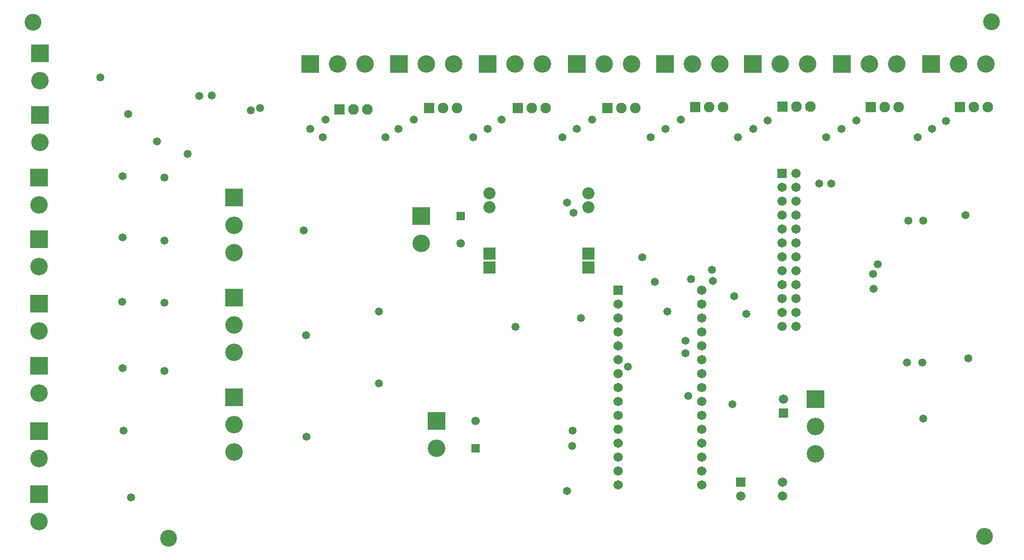
<source format=gbr>
%TF.GenerationSoftware,Altium Limited,Altium Designer,18.0.9 (584)*%
G04 Layer_Color=16711935*
%FSLAX26Y26*%
%MOIN*%
%TF.FileFunction,Soldermask,Bot*%
%TF.Part,Single*%
G01*
G75*
%TA.AperFunction,WasherPad*%
%ADD52C,0.121000*%
%TA.AperFunction,ComponentPad*%
%ADD53C,0.086740*%
%ADD54R,0.086740X0.086740*%
%ADD55R,0.067055X0.067055*%
%ADD56C,0.067055*%
%ADD57C,0.126110*%
%ADD58R,0.126110X0.126110*%
%ADD59C,0.061150*%
%ADD60R,0.061150X0.061150*%
%ADD61R,0.067055X0.067055*%
%ADD62R,0.126110X0.126110*%
%ADD63R,0.076898X0.076898*%
%ADD64C,0.076898*%
%TA.AperFunction,ViaPad*%
%ADD65C,0.058000*%
D52*
X2225000Y1320000D02*
D03*
X1250000Y5030000D02*
D03*
X8130000Y5035000D02*
D03*
X8080000Y1335000D02*
D03*
D53*
X4527520Y3800000D02*
D03*
Y3700000D02*
D03*
X5236181Y3800000D02*
D03*
Y3700000D02*
D03*
D54*
X4527520Y3268504D02*
D03*
Y3368504D02*
D03*
X5236181D02*
D03*
Y3268504D02*
D03*
D55*
X6332520Y1725000D02*
D03*
X5452520Y3105000D02*
D03*
X6629370Y3945000D02*
D03*
D56*
X6332520Y1625000D02*
D03*
X6632520Y1725000D02*
D03*
Y1625000D02*
D03*
X5452520Y3005000D02*
D03*
Y2905000D02*
D03*
Y2805000D02*
D03*
Y2705000D02*
D03*
Y2605000D02*
D03*
Y2505000D02*
D03*
Y2405000D02*
D03*
Y2305000D02*
D03*
Y2205000D02*
D03*
Y2105000D02*
D03*
Y2005000D02*
D03*
Y1905000D02*
D03*
Y1805000D02*
D03*
Y1705000D02*
D03*
X6052520Y3105000D02*
D03*
Y3005000D02*
D03*
Y2905000D02*
D03*
Y2805000D02*
D03*
Y2705000D02*
D03*
Y2605000D02*
D03*
Y2505000D02*
D03*
Y2405000D02*
D03*
Y2305000D02*
D03*
Y2205000D02*
D03*
Y2105000D02*
D03*
Y2005000D02*
D03*
Y1905000D02*
D03*
Y1805000D02*
D03*
Y1705000D02*
D03*
X6729370Y2845000D02*
D03*
Y2945000D02*
D03*
Y3045000D02*
D03*
Y3145000D02*
D03*
Y3245000D02*
D03*
Y3345000D02*
D03*
Y3445000D02*
D03*
Y3545000D02*
D03*
Y3645000D02*
D03*
Y3745000D02*
D03*
Y3845000D02*
D03*
Y3945000D02*
D03*
X6629370Y2845000D02*
D03*
Y2945000D02*
D03*
Y3045000D02*
D03*
Y3145000D02*
D03*
Y3245000D02*
D03*
Y3345000D02*
D03*
Y3445000D02*
D03*
Y3545000D02*
D03*
Y3645000D02*
D03*
Y3745000D02*
D03*
Y3845000D02*
D03*
X6637520Y2320000D02*
D03*
D57*
X1295630Y2363150D02*
D03*
Y2810000D02*
D03*
Y3275000D02*
D03*
Y3718150D02*
D03*
X1300630Y4168150D02*
D03*
Y4610000D02*
D03*
X1295630Y1440000D02*
D03*
Y1893150D02*
D03*
X2695000Y1941299D02*
D03*
Y2138150D02*
D03*
Y2658150D02*
D03*
Y2855000D02*
D03*
Y3375000D02*
D03*
Y3571850D02*
D03*
X4037520Y3440000D02*
D03*
X4147520Y1968150D02*
D03*
X6867520Y1928150D02*
D03*
Y2125000D02*
D03*
X4907480Y4730000D02*
D03*
X4710630D02*
D03*
X3635630D02*
D03*
X3438780D02*
D03*
X4272480D02*
D03*
X4075630D02*
D03*
X6812480D02*
D03*
X6615630D02*
D03*
X6182480D02*
D03*
X5985630D02*
D03*
X5547480D02*
D03*
X5350630D02*
D03*
X8092480D02*
D03*
X7895630D02*
D03*
X7452480D02*
D03*
X7255630D02*
D03*
D58*
X1295630Y2560000D02*
D03*
Y3006850D02*
D03*
Y3471850D02*
D03*
Y3915000D02*
D03*
X1300630Y4365000D02*
D03*
Y4806850D02*
D03*
X1295630Y1636850D02*
D03*
Y2090000D02*
D03*
X2695000Y2335000D02*
D03*
Y3051850D02*
D03*
Y3768701D02*
D03*
X4037520Y3636850D02*
D03*
X4147520Y2165000D02*
D03*
X6867520Y2321850D02*
D03*
D59*
X4322520Y3441575D02*
D03*
X4427520Y2163425D02*
D03*
D60*
X4322520Y3638425D02*
D03*
X4427520Y1966575D02*
D03*
D61*
X6637520Y2220000D02*
D03*
D62*
X4513779Y4730000D02*
D03*
X3241929D02*
D03*
X3878780D02*
D03*
X6418779D02*
D03*
X5788779D02*
D03*
X5153779D02*
D03*
X7698779D02*
D03*
X7058779D02*
D03*
D63*
X4730000Y4414370D02*
D03*
X3450000Y4404370D02*
D03*
X4095000Y4414370D02*
D03*
X6630000Y4424370D02*
D03*
X6005000Y4419370D02*
D03*
X5375000Y4414370D02*
D03*
X7905000Y4419370D02*
D03*
X7265000D02*
D03*
D64*
X4830000Y4414370D02*
D03*
X4930000D02*
D03*
X3550000Y4404370D02*
D03*
X3650000D02*
D03*
X4195000Y4414370D02*
D03*
X4295000D02*
D03*
X6730000Y4424370D02*
D03*
X6830000D02*
D03*
X6105000Y4419370D02*
D03*
X6205000D02*
D03*
X5475000Y4414370D02*
D03*
X5575000D02*
D03*
X8005000Y4419370D02*
D03*
X8105000D02*
D03*
X7365000D02*
D03*
X7465000D02*
D03*
D65*
X7945000Y3645000D02*
D03*
X2880000Y4415000D02*
D03*
X2812815Y4397815D02*
D03*
X3330000Y4205000D02*
D03*
X2445000Y4500000D02*
D03*
X7965000Y2615000D02*
D03*
X6270000Y2285000D02*
D03*
X7705000Y4265000D02*
D03*
X7055000D02*
D03*
X6945000Y4205000D02*
D03*
X7600000D02*
D03*
X5715000Y3165000D02*
D03*
X6125000Y3250000D02*
D03*
X5975000Y3185000D02*
D03*
X5805000Y2950000D02*
D03*
X5625000Y3340000D02*
D03*
X6130000Y3170000D02*
D03*
X5085000Y1660000D02*
D03*
X4715000Y2840000D02*
D03*
X3240000Y4265000D02*
D03*
X3875000D02*
D03*
X3780000Y4205000D02*
D03*
X6285000Y3060000D02*
D03*
X5130000Y3660000D02*
D03*
X5085000Y3735000D02*
D03*
X5935000Y2740000D02*
D03*
Y2650000D02*
D03*
X6370000Y2935000D02*
D03*
X5955000Y2345000D02*
D03*
X5520000Y2555000D02*
D03*
X6980000Y3870000D02*
D03*
X6895000D02*
D03*
X7315000Y3290000D02*
D03*
X5185000Y2905000D02*
D03*
X7805000Y4320000D02*
D03*
X7160000Y4325000D02*
D03*
X6310000Y4205000D02*
D03*
X6420000Y4265000D02*
D03*
X6525000Y4325000D02*
D03*
X5685000Y4205000D02*
D03*
X5790000Y4265000D02*
D03*
X5900000Y4330000D02*
D03*
X5050000Y4205000D02*
D03*
X5155000Y4265000D02*
D03*
X5265000Y4330000D02*
D03*
X4410000Y4205000D02*
D03*
X4515000Y4265000D02*
D03*
X4615000Y4330000D02*
D03*
X3985000D02*
D03*
X3350000D02*
D03*
X2360000Y4085000D02*
D03*
X3215000Y2050000D02*
D03*
X3210000Y2780000D02*
D03*
X3195000Y3535000D02*
D03*
X3735000Y2950000D02*
D03*
Y2435000D02*
D03*
X5120000Y1985000D02*
D03*
X5125000Y2095000D02*
D03*
X7640000Y2180000D02*
D03*
X7285000Y3115000D02*
D03*
X7280000Y3220000D02*
D03*
X1735000Y4635000D02*
D03*
X1935000Y4370000D02*
D03*
X1895000Y3925000D02*
D03*
Y3485000D02*
D03*
X1890000Y3020000D02*
D03*
X1895000Y2545000D02*
D03*
X1955000Y1615000D02*
D03*
X1900000Y2095000D02*
D03*
X2140000Y4175000D02*
D03*
X2195000Y3915000D02*
D03*
Y3460000D02*
D03*
Y3015000D02*
D03*
Y2525000D02*
D03*
X2535000Y4505000D02*
D03*
X7525000Y2585000D02*
D03*
X7635000D02*
D03*
X7535000Y3605000D02*
D03*
X7640000D02*
D03*
%TF.MD5,ad175644ad2e9f9e3f2d8da74ba5fc03*%
M02*

</source>
